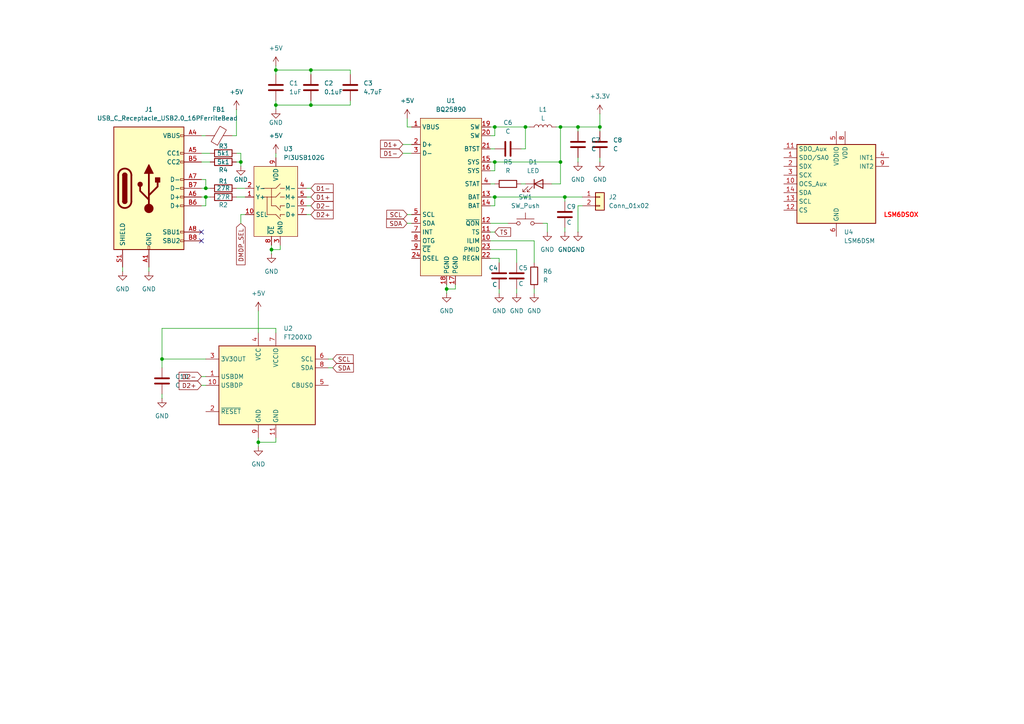
<source format=kicad_sch>
(kicad_sch (version 20231120) (generator "eeschema") (generator_version "8.0")
  (paper "A4")
  (lib_symbols
    (symbol "Connector:USB_C_Receptacle_USB2.0_16P" (pin_names (offset 1.016))
      (property "Reference" "J" (at 0 22.225 0))
      (property "Value" "USB_C_Receptacle_USB2.0_16P" (at 0 19.685 0))
      (symbol "USB_C_Receptacle_USB2.0_16P_0_0"
        (rectangle (start -0.254 -17.78) (end 0.254 -16.764))
        (rectangle (start 10.16 -14.986) (end 9.144 -15.494))
        (rectangle (start 10.16 -12.446) (end 9.144 -12.954))
        (rectangle (start 10.16 -4.826) (end 9.144 -5.334))
        (rectangle (start 10.16 -2.286) (end 9.144 -2.794))
        (rectangle (start 10.16 0.254) (end 9.144 -0.254))
        (rectangle (start 10.16 2.794) (end 9.144 2.286))
        (rectangle (start 10.16 7.874) (end 9.144 7.366))
        (rectangle (start 10.16 10.414) (end 9.144 9.906))
        (rectangle (start 10.16 15.494) (end 9.144 14.986))
      )
      (symbol "USB_C_Receptacle_USB2.0_16P_0_1"
        (rectangle (start -10.16 17.78) (end 10.16 -17.78) (stroke (width 0.254)) (fill (type background)))
        (arc (start -8.89 -3.81) (mid -6.985 -5.7067) (end -5.08 -3.81) (stroke (width 0.508)))
        (arc (start -7.62 -3.81) (mid -6.985 -4.4423) (end -6.35 -3.81) (stroke (width 0.254)))
        (arc (start -7.62 -3.81) (mid -6.985 -4.4423) (end -6.35 -3.81) (stroke (width 0.254)) (fill (type outline)))
        (rectangle (start -7.62 -3.81) (end -6.35 3.81) (stroke (width 0.254)) (fill (type outline)))
        (arc (start -6.35 3.81) (mid -6.985 4.4423) (end -7.62 3.81) (stroke (width 0.254)))
        (arc (start -6.35 3.81) (mid -6.985 4.4423) (end -7.62 3.81) (stroke (width 0.254)) (fill (type outline)))
        (arc (start -5.08 3.81) (mid -6.985 5.7067) (end -8.89 3.81) (stroke (width 0.508)))
        (circle (center -2.54 1.143) (radius 0.635) (stroke (width 0.254)) (fill (type outline)))
        (circle (center 0 -5.842) (radius 1.27) (fill (type outline)))
        (polyline (pts (xy -8.89 -3.81) (xy -8.89 3.81)) (stroke (width 0.508)))
        (polyline (pts (xy -5.08 3.81) (xy -5.08 -3.81)) (stroke (width 0.508)))
        (polyline (pts (xy 0 -5.842) (xy 0 4.318)) (stroke (width 0.508)))
        (polyline (pts (xy 0 -3.302) (xy -2.54 -0.762) (xy -2.54 0.508)) (stroke (width 0.508)))
        (polyline (pts (xy 0 -2.032) (xy 2.54 0.508) (xy 2.54 1.778)) (stroke (width 0.508)))
        (polyline (pts (xy -1.27 4.318) (xy 0 6.858) (xy 1.27 4.318) (xy -1.27 4.318)) (stroke (width 0.254)) (fill (type outline)))
        (rectangle (start 1.905 1.778) (end 3.175 3.048) (stroke (width 0.254)) (fill (type outline)))
      )
      (symbol "USB_C_Receptacle_USB2.0_16P_1_1"
        (pin passive line (at 0 -22.86 90) (length 5.08) (name "GND") (number "A1"))
        (pin passive line (at 0 -22.86 90) (length 5.08) hide (name "GND") (number "A12"))
        (pin passive line (at 15.24 15.24 180) (length 5.08) (name "VBUS") (number "A4"))
        (pin bidirectional line (at 15.24 10.16 180) (length 5.08) (name "CC1") (number "A5"))
        (pin bidirectional line (at 15.24 -2.54 180) (length 5.08) (name "D+") (number "A6"))
        (pin bidirectional line (at 15.24 2.54 180) (length 5.08) (name "D-") (number "A7"))
        (pin bidirectional line (at 15.24 -12.7 180) (length 5.08) (name "SBU1") (number "A8"))
        (pin passive line (at 15.24 15.24 180) (length 5.08) hide (name "VBUS") (number "A9"))
        (pin passive line (at 0 -22.86 90) (length 5.08) hide (name "GND") (number "B1"))
        (pin passive line (at 0 -22.86 90) (length 5.08) hide (name "GND") (number "B12"))
        (pin passive line (at 15.24 15.24 180) (length 5.08) hide (name "VBUS") (number "B4"))
        (pin bidirectional line (at 15.24 7.62 180) (length 5.08) (name "CC2") (number "B5"))
        (pin bidirectional line (at 15.24 -5.08 180) (length 5.08) (name "D+") (number "B6"))
        (pin bidirectional line (at 15.24 0 180) (length 5.08) (name "D-") (number "B7"))
        (pin bidirectional line (at 15.24 -15.24 180) (length 5.08) (name "SBU2") (number "B8"))
        (pin passive line (at 15.24 15.24 180) (length 5.08) hide (name "VBUS") (number "B9"))
        (pin passive line (at -7.62 -22.86 90) (length 5.08) (name "SHIELD") (number "S1"))
      )
    )
    (symbol "Connector_Generic:Conn_01x02" (pin_names (offset 1.016) hide)
      (property "Reference" "J" (at 0 2.54 0))
      (property "Value" "Conn_01x02" (at 0 -5.08 0))
      (symbol "Conn_01x02_1_1"
        (rectangle (start -1.27 -2.413) (end 0 -2.667) (stroke (width 0.1524)))
        (rectangle (start -1.27 0.127) (end 0 -0.127) (stroke (width 0.1524)))
        (rectangle (start -1.27 1.27) (end 1.27 -3.81) (stroke (width 0.254)) (fill (type background)))
        (pin passive line (at -5.08 0 0) (length 3.81) (name "Pin_1") (number "1"))
        (pin passive line (at -5.08 -2.54 0) (length 3.81) (name "Pin_2") (number "2"))
      )
    )
    (symbol "Device:C" (pin_numbers hide) (pin_names (offset 0.254))
      (property "Reference" "C" (at 0.635 2.54 0))
      (property "Value" "C" (at 0.635 -2.54 0))
      (symbol "C_0_1"
        (polyline (pts (xy -2.032 -0.762) (xy 2.032 -0.762)) (stroke (width 0.508)))
        (polyline (pts (xy -2.032 0.762) (xy 2.032 0.762)) (stroke (width 0.508)))
      )
      (symbol "C_1_1"
        (pin passive line (at 0 3.81 270) (length 2.794) (name "~") (number "1"))
        (pin passive line (at 0 -3.81 90) (length 2.794) (name "~") (number "2"))
      )
    )
    (symbol "Device:FerriteBead" (pin_numbers hide) (pin_names (offset 0))
      (property "Reference" "FB" (at -3.81 0.635 90))
      (property "Value" "FerriteBead" (at 3.81 0 90))
      (symbol "FerriteBead_0_1"
        (polyline (pts (xy 0 -1.27) (xy 0 -1.2192)))
        (polyline (pts (xy 0 1.27) (xy 0 1.2954)))
        (polyline (pts (xy -2.7686 0.4064) (xy -1.7018 2.2606) (xy 2.7686 -0.3048) (xy 1.6764 -2.159) (xy -2.7686 0.4064)))
      )
      (symbol "FerriteBead_1_1"
        (pin passive line (at 0 3.81 270) (length 2.54) (name "~") (number "1"))
        (pin passive line (at 0 -3.81 90) (length 2.54) (name "~") (number "2"))
      )
    )
    (symbol "Device:L" (pin_numbers hide) (pin_names (offset 1.016) hide)
      (property "Reference" "L" (at -1.27 0 90))
      (property "Value" "L" (at 1.905 0 90))
      (symbol "L_0_1"
        (arc (start 0 -2.54) (mid 0.6323 -1.905) (end 0 -1.27))
        (arc (start 0 -1.27) (mid 0.6323 -0.635) (end 0 0))
        (arc (start 0 0) (mid 0.6323 0.635) (end 0 1.27))
        (arc (start 0 1.27) (mid 0.6323 1.905) (end 0 2.54))
      )
      (symbol "L_1_1"
        (pin passive line (at 0 3.81 270) (length 1.27) (name "1") (number "1"))
        (pin passive line (at 0 -3.81 90) (length 1.27) (name "2") (number "2"))
      )
    )
    (symbol "Device:LED" (pin_numbers hide) (pin_names (offset 1.016) hide)
      (property "Reference" "D" (at 0 2.54 0))
      (property "Value" "LED" (at 0 -2.54 0))
      (symbol "LED_0_1"
        (polyline (pts (xy -1.27 -1.27) (xy -1.27 1.27)) (stroke (width 0.254)))
        (polyline (pts (xy -1.27 0) (xy 1.27 0)))
        (polyline (pts (xy 1.27 -1.27) (xy 1.27 1.27) (xy -1.27 0) (xy 1.27 -1.27)) (stroke (width 0.254)))
        (polyline (pts (xy -3.048 -0.762) (xy -4.572 -2.286) (xy -3.81 -2.286) (xy -4.572 -2.286) (xy -4.572 -1.524)))
        (polyline (pts (xy -1.778 -0.762) (xy -3.302 -2.286) (xy -2.54 -2.286) (xy -3.302 -2.286) (xy -3.302 -1.524)))
      )
      (symbol "LED_1_1"
        (pin passive line (at -3.81 0 0) (length 2.54) (name "K") (number "1"))
        (pin passive line (at 3.81 0 180) (length 2.54) (name "A") (number "2"))
      )
    )
    (symbol "Device:R" (pin_numbers hide) (pin_names (offset 0))
      (property "Reference" "R" (at 2.032 0 90))
      (property "Value" "R" (at 0 0 90))
      (symbol "R_0_1"
        (rectangle (start -1.016 -2.54) (end 1.016 2.54) (stroke (width 0.254)))
      )
      (symbol "R_1_1"
        (pin passive line (at 0 3.81 270) (length 1.27) (name "~") (number "1"))
        (pin passive line (at 0 -3.81 90) (length 1.27) (name "~") (number "2"))
      )
    )
    (symbol "Interface_USB:FT200XD"
      (property "Reference" "U" (at -13.97 12.7 0))
      (property "Value" "FT200XD" (at 7.62 12.7 0))
      (symbol "FT200XD_0_1"
        (rectangle (start -13.97 11.43) (end 13.97 -11.43) (stroke (width 0.254)) (fill (type background)))
      )
      (symbol "FT200XD_1_1"
        (pin input line (at -17.78 2.54 0) (length 3.81) (name "USBDM") (number "1"))
        (pin input line (at -17.78 0 0) (length 3.81) (name "USBDP") (number "10"))
        (pin power_in line (at 2.54 -15.24 90) (length 3.81) (name "GND") (number "11"))
        (pin input line (at -17.78 -7.62 0) (length 3.81) (name "~{RESET}") (number "2"))
        (pin power_out line (at -17.78 7.62 0) (length 3.81) (name "3V3OUT") (number "3"))
        (pin power_in line (at -2.54 15.24 270) (length 3.81) (name "VCC") (number "4"))
        (pin bidirectional line (at 17.78 0 180) (length 3.81) (name "CBUS0") (number "5"))
        (pin input line (at 17.78 7.62 180) (length 3.81) (name "SCL") (number "6"))
        (pin power_in line (at 2.54 15.24 270) (length 3.81) (name "VCCIO") (number "7"))
        (pin bidirectional line (at 17.78 5.08 180) (length 3.81) (name "SDA") (number "8"))
        (pin power_in line (at -2.54 -15.24 90) (length 3.81) (name "GND") (number "9"))
      )
    )
    (symbol "Sensor_Motion:LSM6DSM"
      (property "Reference" "U" (at -11.43 15.24 0))
      (property "Value" "LSM6DSM" (at -11.43 12.7 0))
      (symbol "LSM6DSM_0_1"
        (rectangle (start 11.43 11.43) (end -11.43 -11.43) (stroke (width 0.254)) (fill (type background)))
      )
      (symbol "LSM6DSM_1_1"
        (pin bidirectional line (at -15.24 7.62 0) (length 3.81) (name "SDO/SA0") (number "1"))
        (pin passive line (at -15.24 0 0) (length 3.81) (name "OCS_Aux") (number "10"))
        (pin bidirectional line (at -15.24 10.16 0) (length 3.81) (name "SDO_Aux") (number "11"))
        (pin input line (at -15.24 -7.62 0) (length 3.81) (name "CS") (number "12"))
        (pin input line (at -15.24 -5.08 0) (length 3.81) (name "SCL") (number "13"))
        (pin bidirectional line (at -15.24 -2.54 0) (length 3.81) (name "SDA") (number "14"))
        (pin bidirectional line (at -15.24 5.08 0) (length 3.81) (name "SDX") (number "2"))
        (pin input line (at -15.24 2.54 0) (length 3.81) (name "SCX") (number "3"))
        (pin output line (at 15.24 7.62 180) (length 3.81) (name "INT1") (number "4"))
        (pin power_in line (at 0 15.24 270) (length 3.81) (name "VDDIO") (number "5"))
        (pin power_in line (at 0 -15.24 90) (length 3.81) (name "GND") (number "6"))
        (pin passive line (at 0 -15.24 90) (length 3.81) hide (name "GND") (number "7"))
        (pin power_in line (at 2.54 15.24 270) (length 3.81) (name "VDD") (number "8"))
        (pin output line (at 15.24 5.08 180) (length 3.81) (name "INT2") (number "9"))
      )
    )
    (symbol "Switch:SW_Push" (pin_numbers hide) (pin_names (offset 1.016) hide)
      (property "Reference" "SW" (at 1.27 2.54 0))
      (property "Value" "SW_Push" (at 0 -1.524 0))
      (symbol "SW_Push_0_1"
        (circle (center -2.032 0) (radius 0.508))
        (polyline (pts (xy 0 1.27) (xy 0 3.048)))
        (polyline (pts (xy 2.54 1.27) (xy -2.54 1.27)))
        (circle (center 2.032 0) (radius 0.508))
        (pin passive line (at -5.08 0 0) (length 2.54) (name "1") (number "1"))
        (pin passive line (at 5.08 0 180) (length 2.54) (name "2") (number "2"))
      )
    )
    (symbol "User_Global_Library:BQ25890"
      (property "Reference" "U" (at 0 25.908 0))
      (property "Value" "BQ25890" (at 0.254 24.13 0))
      (symbol "BQ25890_1_1"
        (rectangle (start -8.89 22.86) (end 8.89 -22.86) (fill (type background)))
        (pin input line (at -11.43 20.32 0) (length 2.54) (name "VBUS") (number "1"))
        (pin input line (at 11.43 -12.7 180) (length 2.54) (name "ILIM") (number "10"))
        (pin input line (at 11.43 -10.16 180) (length 2.54) (name "TS") (number "11"))
        (pin input line (at 11.43 -7.62 180) (length 2.54) (name "~{QON}") (number "12"))
        (pin input line (at 11.43 0 180) (length 2.54) (name "BAT") (number "13"))
        (pin input line (at 11.43 -2.54 180) (length 2.54) (name "BAT") (number "14"))
        (pin input line (at 11.43 10.16 180) (length 2.54) (name "SYS") (number "15"))
        (pin input line (at 11.43 7.62 180) (length 2.54) (name "SYS") (number "16"))
        (pin input line (at 1.27 -25.4 90) (length 2.54) (name "PGND") (number "17"))
        (pin input line (at -1.27 -25.4 90) (length 2.54) (name "PGND") (number "18"))
        (pin input line (at 11.43 20.32 180) (length 2.54) (name "SW") (number "19"))
        (pin input line (at -11.43 15.24 0) (length 2.54) (name "D+") (number "2"))
        (pin input line (at 11.43 17.78 180) (length 2.54) (name "SW") (number "20"))
        (pin input line (at 11.43 13.97 180) (length 2.54) (name "BTST") (number "21"))
        (pin input line (at 11.43 -17.78 180) (length 2.54) (name "REGN") (number "22"))
        (pin input line (at 11.43 -15.24 180) (length 2.54) (name "PMID") (number "23"))
        (pin input line (at -11.43 -17.78 0) (length 2.54) (name "DSEL") (number "24"))
        (pin input line (at -11.43 12.7 0) (length 2.54) (name "D-") (number "3"))
        (pin input line (at 11.43 3.81 180) (length 2.54) (name "STAT") (number "4"))
        (pin input line (at -11.43 -5.08 0) (length 2.54) (name "SCL") (number "5"))
        (pin input line (at -11.43 -7.62 0) (length 2.54) (name "SDA") (number "6"))
        (pin input line (at -11.43 -10.16 0) (length 2.54) (name "INT") (number "7"))
        (pin input line (at -11.43 -12.7 0) (length 2.54) (name "OTG") (number "8"))
        (pin input line (at -11.43 -15.24 0) (length 2.54) (name "~{CE}") (number "9"))
      )
    )
    (symbol "User_Global_Library:PI3USB102G"
      (property "Reference" "U" (at 5.588 11.176 0))
      (property "Value" "PI3USB102G" (at 0 0 0))
      (symbol "PI3USB102G_0_1"
        (polyline (pts (xy -2.54 -3.81) (xy 0 -3.81)))
        (polyline (pts (xy -2.54 1.27) (xy -3.81 1.27)))
        (polyline (pts (xy -2.54 1.27) (xy -2.54 -3.81)))
        (polyline (pts (xy -2.54 1.27) (xy 0 1.27)))
        (polyline (pts (xy -2.54 3.81) (xy -3.81 3.81)))
        (polyline (pts (xy -2.54 3.81) (xy 0 3.81)))
        (polyline (pts (xy -1.27 -1.27) (xy 0 -1.27)))
        (polyline (pts (xy -1.27 3.81) (xy -1.27 -1.27)))
        (polyline (pts (xy 0 -3.81) (xy 1.27 -5.08)))
        (polyline (pts (xy 0 -1.27) (xy 1.27 -2.54)))
        (polyline (pts (xy 0 1.27) (xy 1.27 2.54)))
        (polyline (pts (xy 0 3.81) (xy 1.27 5.08)))
        (polyline (pts (xy 1.27 -3.81) (xy 1.27 -4.445)))
        (polyline (pts (xy 1.27 -3.81) (xy 2.54 -3.81)))
        (polyline (pts (xy 1.27 -1.27) (xy 1.27 -1.905)))
        (polyline (pts (xy 1.27 -1.27) (xy 2.54 -1.27)))
        (polyline (pts (xy 1.27 1.27) (xy 2.54 1.27)))
        (polyline (pts (xy 1.27 3.81) (xy 2.54 3.81)))
      )
      (symbol "PI3USB102G_1_1"
        (rectangle (start -6.35 10.16) (end 6.35 -10.16) (fill (type background)))
        (pin input line (at -8.89 1.27 0) (length 2.54) (name "Y+") (number "1"))
        (pin input line (at -8.89 -3.81 0) (length 2.54) (name "SEL") (number "10"))
        (pin input line (at -8.89 3.81 0) (length 2.54) (name "Y-") (number "2"))
        (pin input line (at 1.27 -12.7 90) (length 2.54) (name "GND") (number "3"))
        (pin input line (at 8.89 3.81 180) (length 2.54) (name "M-") (number "4"))
        (pin input line (at 8.89 1.27 180) (length 2.54) (name "M+") (number "5"))
        (pin input line (at 8.89 -1.27 180) (length 2.54) (name "D-") (number "6"))
        (pin input line (at 8.89 -3.81 180) (length 2.54) (name "D+") (number "7"))
        (pin input line (at -1.27 -12.7 90) (length 2.54) (name "~{OE}") (number "8"))
        (pin input line (at 0 12.7 270) (length 2.54) (name "VDD") (number "9"))
      )
    )
    (symbol "power:+3.3V" (power) (pin_numbers hide) (pin_names (offset 0) hide)
      (property "Value" "+3.3V" (at 0 3.556 0))
      (symbol "+3.3V_0_1"
        (polyline (pts (xy -0.762 1.27) (xy 0 2.54)))
        (polyline (pts (xy 0 0) (xy 0 2.54)))
        (polyline (pts (xy 0 2.54) (xy 0.762 1.27)))
      )
      (symbol "+3.3V_1_1"
        (pin power_in line (at 0 0 90) (length 0) (name "~") (number "1"))
      )
    )
    (symbol "power:+5V" (power) (pin_numbers hide) (pin_names (offset 0) hide)
      (property "Value" "+5V" (at 0 3.556 0))
      (symbol "+5V_0_1"
        (polyline (pts (xy -0.762 1.27) (xy 0 2.54)))
        (polyline (pts (xy 0 0) (xy 0 2.54)))
        (polyline (pts (xy 0 2.54) (xy 0.762 1.27)))
      )
      (symbol "+5V_1_1"
        (pin power_in line (at 0 0 90) (length 0) (name "~") (number "1"))
      )
    )
    (symbol "power:GND" (power) (pin_numbers hide) (pin_names (offset 0) hide)
      (property "Value" "GND" (at 0 -3.81 0))
      (symbol "GND_0_1"
        (polyline (pts (xy 0 0) (xy 0 -1.27) (xy 1.27 -1.27) (xy 0 -2.54) (xy -1.27 -1.27) (xy 0 -1.27)))
      )
      (symbol "GND_1_1"
        (pin power_in line (at 0 0 270) (length 0) (name "~") (number "1"))
      )
    )
  )
  (junction (at 173.99 36.83))
  (junction (at 78.74 72.39))
  (junction (at 46.99 104.14))
  (junction (at 59.69 54.61))
  (junction (at 143.51 46.99))
  (junction (at 143.51 36.83))
  (junction (at 129.54 83.82))
  (junction (at 80.01 20.32))
  (junction (at 162.56 46.99))
  (junction (at 80.01 30.48))
  (junction (at 90.17 20.32))
  (junction (at 90.17 30.48))
  (junction (at 163.83 57.15))
  (junction (at 143.51 57.15))
  (junction (at 152.4 36.83))
  (junction (at 69.85 46.99))
  (junction (at 74.93 128.27))
  (junction (at 167.64 36.83))
  (junction (at 59.69 57.15))
  (junction (at 162.56 36.83))
  (no_connect (at 58.42 69.85))
  (no_connect (at 58.42 67.31))
  (wire (pts (xy 88.9 57.15) (xy 90.17 57.15)))
  (wire (pts (xy 144.78 76.2) (xy 144.78 74.93)))
  (wire (pts (xy 58.42 59.69) (xy 59.69 59.69)))
  (wire (pts (xy 80.01 95.25) (xy 46.99 95.25)))
  (wire (pts (xy 88.9 59.69) (xy 90.17 59.69)))
  (wire (pts (xy 68.58 54.61) (xy 71.12 54.61)))
  (wire (pts (xy 78.74 71.12) (xy 78.74 72.39)))
  (wire (pts (xy 58.42 54.61) (xy 59.69 54.61)))
  (wire (pts (xy 59.69 54.61) (xy 59.69 52.07)))
  (wire (pts (xy 132.08 82.55) (xy 132.08 83.82)))
  (wire (pts (xy 152.4 43.18) (xy 151.13 43.18)))
  (wire (pts (xy 167.64 59.69) (xy 167.64 67.31)))
  (wire (pts (xy 101.6 29.21) (xy 101.6 30.48)))
  (wire (pts (xy 162.56 36.83) (xy 162.56 46.99)))
  (wire (pts (xy 163.83 66.04) (xy 163.83 67.31)))
  (wire (pts (xy 101.6 30.48) (xy 90.17 30.48)))
  (wire (pts (xy 162.56 53.34) (xy 162.56 46.99)))
  (wire (pts (xy 43.18 77.47) (xy 43.18 78.74)))
  (wire (pts (xy 161.29 36.83) (xy 162.56 36.83)))
  (wire (pts (xy 68.58 44.45) (xy 69.85 44.45)))
  (wire (pts (xy 142.24 72.39) (xy 149.86 72.39)))
  (wire (pts (xy 74.93 90.17) (xy 74.93 96.52)))
  (wire (pts (xy 80.01 96.52) (xy 80.01 95.25)))
  (wire (pts (xy 80.01 128.27) (xy 74.93 128.27)))
  (wire (pts (xy 142.24 59.69) (xy 143.51 59.69)))
  (wire (pts (xy 144.78 83.82) (xy 144.78 85.09)))
  (wire (pts (xy 118.11 62.23) (xy 119.38 62.23)))
  (wire (pts (xy 80.01 127) (xy 80.01 128.27)))
  (wire (pts (xy 163.83 57.15) (xy 168.91 57.15)))
  (wire (pts (xy 152.4 36.83) (xy 143.51 36.83)))
  (wire (pts (xy 167.64 36.83) (xy 162.56 36.83)))
  (wire (pts (xy 154.94 83.82) (xy 154.94 85.09)))
  (wire (pts (xy 46.99 104.14) (xy 59.69 104.14)))
  (wire (pts (xy 46.99 95.25) (xy 46.99 104.14)))
  (wire (pts (xy 58.42 44.45) (xy 60.96 44.45)))
  (wire (pts (xy 46.99 106.68) (xy 46.99 104.14)))
  (wire (pts (xy 132.08 83.82) (xy 129.54 83.82)))
  (wire (pts (xy 173.99 36.83) (xy 167.64 36.83)))
  (wire (pts (xy 116.84 44.45) (xy 119.38 44.45)))
  (wire (pts (xy 154.94 69.85) (xy 142.24 69.85)))
  (wire (pts (xy 143.51 57.15) (xy 143.51 59.69)))
  (wire (pts (xy 158.75 64.77) (xy 158.75 67.31)))
  (wire (pts (xy 58.42 111.76) (xy 59.69 111.76)))
  (wire (pts (xy 58.42 109.22) (xy 59.69 109.22)))
  (wire (pts (xy 151.13 53.34) (xy 152.4 53.34)))
  (wire (pts (xy 118.11 34.29) (xy 118.11 36.83)))
  (wire (pts (xy 160.02 53.34) (xy 162.56 53.34)))
  (wire (pts (xy 95.25 106.68) (xy 96.52 106.68)))
  (wire (pts (xy 90.17 20.32) (xy 90.17 21.59)))
  (wire (pts (xy 144.78 74.93) (xy 142.24 74.93)))
  (wire (pts (xy 80.01 30.48) (xy 80.01 31.75)))
  (wire (pts (xy 143.51 39.37) (xy 143.51 36.83)))
  (wire (pts (xy 80.01 29.21) (xy 80.01 30.48)))
  (wire (pts (xy 90.17 29.21) (xy 90.17 30.48)))
  (wire (pts (xy 95.25 104.14) (xy 96.52 104.14)))
  (wire (pts (xy 69.85 64.77) (xy 69.85 62.23)))
  (wire (pts (xy 74.93 128.27) (xy 74.93 129.54)))
  (wire (pts (xy 167.64 59.69) (xy 168.91 59.69)))
  (wire (pts (xy 152.4 36.83) (xy 153.67 36.83)))
  (wire (pts (xy 59.69 59.69) (xy 59.69 57.15)))
  (wire (pts (xy 80.01 20.32) (xy 80.01 21.59)))
  (wire (pts (xy 81.28 72.39) (xy 78.74 72.39)))
  (wire (pts (xy 142.24 57.15) (xy 143.51 57.15)))
  (wire (pts (xy 129.54 82.55) (xy 129.54 83.82)))
  (wire (pts (xy 173.99 45.72) (xy 173.99 46.99)))
  (wire (pts (xy 118.11 36.83) (xy 119.38 36.83)))
  (wire (pts (xy 69.85 46.99) (xy 69.85 48.26)))
  (wire (pts (xy 142.24 39.37) (xy 143.51 39.37)))
  (wire (pts (xy 157.48 64.77) (xy 158.75 64.77)))
  (wire (pts (xy 46.99 114.3) (xy 46.99 115.57)))
  (wire (pts (xy 142.24 67.31) (xy 143.51 67.31)))
  (wire (pts (xy 80.01 19.05) (xy 80.01 20.32)))
  (wire (pts (xy 90.17 30.48) (xy 80.01 30.48)))
  (wire (pts (xy 142.24 43.18) (xy 143.51 43.18)))
  (wire (pts (xy 68.58 31.75) (xy 68.58 39.37)))
  (wire (pts (xy 74.93 127) (xy 74.93 128.27)))
  (wire (pts (xy 129.54 83.82) (xy 129.54 85.09)))
  (wire (pts (xy 142.24 53.34) (xy 143.51 53.34)))
  (wire (pts (xy 101.6 20.32) (xy 90.17 20.32)))
  (wire (pts (xy 149.86 83.82) (xy 149.86 85.09)))
  (wire (pts (xy 58.42 39.37) (xy 59.69 39.37)))
  (wire (pts (xy 58.42 52.07) (xy 59.69 52.07)))
  (wire (pts (xy 58.42 46.99) (xy 60.96 46.99)))
  (wire (pts (xy 35.56 77.47) (xy 35.56 78.74)))
  (wire (pts (xy 143.51 36.83) (xy 142.24 36.83)))
  (wire (pts (xy 152.4 43.18) (xy 152.4 36.83)))
  (wire (pts (xy 142.24 49.53) (xy 143.51 49.53)))
  (wire (pts (xy 59.69 57.15) (xy 60.96 57.15)))
  (wire (pts (xy 163.83 57.15) (xy 163.83 58.42)))
  (wire (pts (xy 143.51 46.99) (xy 142.24 46.99)))
  (wire (pts (xy 90.17 20.32) (xy 80.01 20.32)))
  (wire (pts (xy 88.9 54.61) (xy 90.17 54.61)))
  (wire (pts (xy 58.42 57.15) (xy 59.69 57.15)))
  (wire (pts (xy 69.85 44.45) (xy 69.85 46.99)))
  (wire (pts (xy 142.24 64.77) (xy 147.32 64.77)))
  (wire (pts (xy 162.56 46.99) (xy 143.51 46.99)))
  (wire (pts (xy 173.99 33.02) (xy 173.99 36.83)))
  (wire (pts (xy 149.86 72.39) (xy 149.86 76.2)))
  (wire (pts (xy 69.85 62.23) (xy 71.12 62.23)))
  (wire (pts (xy 88.9 62.23) (xy 90.17 62.23)))
  (wire (pts (xy 80.01 44.45) (xy 80.01 45.72)))
  (wire (pts (xy 68.58 57.15) (xy 71.12 57.15)))
  (wire (pts (xy 154.94 76.2) (xy 154.94 69.85)))
  (wire (pts (xy 173.99 38.1) (xy 173.99 36.83)))
  (wire (pts (xy 59.69 54.61) (xy 60.96 54.61)))
  (wire (pts (xy 143.51 49.53) (xy 143.51 46.99)))
  (wire (pts (xy 68.58 46.99) (xy 69.85 46.99)))
  (wire (pts (xy 68.58 39.37) (xy 67.31 39.37)))
  (wire (pts (xy 78.74 72.39) (xy 78.74 73.66)))
  (wire (pts (xy 118.11 64.77) (xy 119.38 64.77)))
  (wire (pts (xy 143.51 57.15) (xy 163.83 57.15)))
  (wire (pts (xy 167.64 38.1) (xy 167.64 36.83)))
  (wire (pts (xy 167.64 45.72) (xy 167.64 46.99)))
  (wire (pts (xy 81.28 71.12) (xy 81.28 72.39)))
  (wire (pts (xy 101.6 21.59) (xy 101.6 20.32)))
  (wire (pts (xy 116.84 41.91) (xy 119.38 41.91)))
  (text "LSM6DSOX" (at 261.366 62.484 0) (effects (font (size 1.27 1.27) (thickness 0.254) (bold yes))))
  (global_label "D2+" (shape input) (at 90.17 62.23 0) (property "Intersheetrefs" "${INTERSHEET_REFS}" (effects (hide yes))))
  (global_label "D1+" (shape input) (at 116.84 41.91 180) (property "Intersheetrefs" "${INTERSHEET_REFS}" (effects (hide yes))))
  (global_label "SDA" (shape input) (at 96.52 106.68 0) (property "Intersheetrefs" "${INTERSHEET_REFS}" (effects (hide yes))))
  (global_label "D1-" (shape input) (at 116.84 44.45 180) (property "Intersheetrefs" "${INTERSHEET_REFS}" (effects (hide yes))))
  (global_label "SCL" (shape input) (at 96.52 104.14 0) (property "Intersheetrefs" "${INTERSHEET_REFS}" (effects (hide yes))))
  (global_label "D1+" (shape input) (at 90.17 57.15 0) (property "Intersheetrefs" "${INTERSHEET_REFS}" (effects (hide yes))))
  (global_label "D2-" (shape input) (at 58.42 109.22 180) (property "Intersheetrefs" "${INTERSHEET_REFS}" (effects (hide yes))))
  (global_label "D2+" (shape input) (at 58.42 111.76 180) (property "Intersheetrefs" "${INTERSHEET_REFS}" (effects (hide yes))))
  (global_label "D2-" (shape input) (at 90.17 59.69 0) (property "Intersheetrefs" "${INTERSHEET_REFS}" (effects (hide yes))))
  (global_label "SCL" (shape input) (at 118.11 62.23 180) (property "Intersheetrefs" "${INTERSHEET_REFS}" (effects (hide yes))))
  (global_label "D1-" (shape input) (at 90.17 54.61 0) (property "Intersheetrefs" "${INTERSHEET_REFS}" (effects (hide yes))))
  (global_label "DMDP_SEL" (shape input) (at 69.85 64.77 270) (property "Intersheetrefs" "${INTERSHEET_REFS}" (effects (hide yes))))
  (global_label "TS" (shape input) (at 143.51 67.31 0) (property "Intersheetrefs" "${INTERSHEET_REFS}" (effects (hide yes))))
  (global_label "SDA" (shape input) (at 118.11 64.77 180) (property "Intersheetrefs" "${INTERSHEET_REFS}" (effects (hide yes))))
  (symbol (lib_id "Device:C") (at 90.17 25.4 0) (unit 1)
    (property "Reference" "C2" (at 93.98 24.1299 0) (effects (justify left)))
    (property "Value" "0.1uF" (at 93.98 26.6699 0) (effects (justify left)))
    (property "Description" "Unpolarized capacitor" (effects (hide yes)))
  )
  (symbol (lib_id "Device:C") (at 46.99 110.49 0) (unit 1)
    (property "Reference" "C10" (at 50.8 109.2199 0) (effects (justify left)))
    (property "Value" "C" (at 50.8 111.7599 0) (effects (justify left)))
    (property "Description" "Unpolarized capacitor" (effects (hide yes)))
  )
  (symbol (lib_id "Connector_Generic:Conn_01x02") (at 173.99 57.15 0) (unit 1)
    (property "Reference" "J2" (at 176.53 57.1499 0) (effects (justify left)))
    (property "Value" "Conn_01x02" (at 176.53 59.6899 0) (effects (justify left)))
    (property "Description" "Generic connector, single row, 01x02, script generated (kicad-library-utils/schlib/autogen/connector/)" (effects (hide yes)))
  )
  (symbol (lib_id "power:+5V") (at 80.01 19.05 0) (unit 1)
    (property "Reference" "#PWR010" (effects (hide yes)))
    (property "Value" "+5V" (at 80.01 13.97 0))
    (property "Description" "Power symbol creates a global label with name \"+5V\"" (effects (hide yes)))
  )
  (symbol (lib_id "power:+5V") (at 74.93 90.17 0) (unit 1)
    (property "Reference" "#PWR021" (effects (hide yes)))
    (property "Value" "+5V" (at 74.93 85.09 0))
    (property "Description" "Power symbol creates a global label with name \"+5V\"" (effects (hide yes)))
  )
  (symbol (lib_id "Device:C") (at 147.32 43.18 90) (unit 1)
    (property "Reference" "C6" (at 147.32 35.56 90))
    (property "Value" "C" (at 147.32 38.1 90))
    (property "Description" "Unpolarized capacitor" (effects (hide yes)))
  )
  (symbol (lib_id "User_Global_Library:BQ25890") (at 130.81 57.15 0) (unit 1)
    (property "Reference" "U1" (at 130.81 29.21 0))
    (property "Value" "BQ25890" (at 130.81 31.75 0))
    (property "Footprint" "Package_DFN_QFN:Texas_RTW_WQFN-24-1EP_4x4mm_P0.5mm_EP2.7x2.7mm" (effects (hide yes)))
    (property "Datasheet" "https://www.ti.com/lit/ds/symlink/bq25890.pdf?ts=1716941380220" (effects (hide yes)))
    (property "Description" "Li-Ion charger 5A OTG" (effects (hide yes)))
  )
  (symbol (lib_id "Device:C") (at 149.86 80.01 0) (unit 1)
    (property "Reference" "C5" (at 150.368 77.724 0) (effects (justify left)))
    (property "Value" "C" (at 150.368 82.296 0) (effects (justify left)))
    (property "Description" "Unpolarized capacitor" (effects (hide yes)))
  )
  (symbol (lib_id "power:GND") (at 80.01 31.75 0) (unit 1)
    (property "Reference" "#PWR011" (effects (hide yes)))
    (property "Value" "GND" (at 80.01 35.56 0))
    (property "Description" "Power symbol creates a global label with name \"GND\" , ground" (effects (hide yes)))
  )
  (symbol (lib_id "power:GND") (at 43.18 78.74 0) (unit 1)
    (property "Reference" "#PWR02" (effects (hide yes)))
    (property "Value" "GND" (at 43.18 83.82 0))
    (property "Description" "Power symbol creates a global label with name \"GND\" , ground" (effects (hide yes)))
  )
  (symbol (lib_id "power:GND") (at 46.99 115.57 0) (unit 1)
    (property "Reference" "#PWR022" (effects (hide yes)))
    (property "Value" "GND" (at 46.99 120.65 0))
    (property "Description" "Power symbol creates a global label with name \"GND\" , ground" (effects (hide yes)))
  )
  (symbol (lib_id "Device:C") (at 80.01 25.4 0) (unit 1)
    (property "Reference" "C1" (at 83.82 24.1299 0) (effects (justify left)))
    (property "Value" "1uF" (at 83.82 26.6699 0) (effects (justify left)))
    (property "Description" "Unpolarized capacitor" (effects (hide yes)))
  )
  (symbol (lib_id "Device:R") (at 154.94 80.01 180) (unit 1)
    (property "Reference" "R6" (at 157.48 78.7399 0) (effects (justify right)))
    (property "Value" "R" (at 157.48 81.2799 0) (effects (justify right)))
    (property "Description" "Resistor" (effects (hide yes)))
  )
  (symbol (lib_id "Device:R") (at 64.77 46.99 90) (unit 1)
    (property "Reference" "R4" (at 64.77 49.276 90))
    (property "Value" "5k1" (at 64.77 46.99 90))
    (property "Description" "Resistor" (effects (hide yes)))
  )
  (symbol (lib_id "Sensor_Motion:LSM6DSM") (at 242.57 53.34 0) (unit 1)
    (property "Reference" "U4" (at 244.7641 67.31 0) (effects (justify left)))
    (property "Value" "LSM6DSM" (at 244.7641 69.85 0) (effects (justify left)))
    (property "Footprint" "Package_LGA:LGA-14_3x2.5mm_P0.5mm_LayoutBorder3x4y" (effects (hide yes)))
    (property "Datasheet" "https://www.st.com/resource/en/datasheet/lsm6dsm.pdf" (effects (hide yes)))
    (property "Description" "I2C/SPI, iNEMO inertial module: always-on 3D accelerometer and 3D gyroscope, with auxiliary SPI, 1.71V to 3.6V VCC" (effects (hide yes)))
  )
  (symbol (lib_id "power:GND") (at 35.56 78.74 0) (unit 1)
    (property "Reference" "#PWR01" (effects (hide yes)))
    (property "Value" "GND" (at 35.56 83.82 0))
    (property "Description" "Power symbol creates a global label with name \"GND\" , ground" (effects (hide yes)))
  )
  (symbol (lib_id "power:GND") (at 74.93 129.54 0) (unit 1)
    (property "Reference" "#PWR08" (effects (hide yes)))
    (property "Value" "GND" (at 74.93 134.62 0))
    (property "Description" "Power symbol creates a global label with name \"GND\" , ground" (effects (hide yes)))
  )
  (symbol (lib_id "Device:C") (at 173.99 41.91 0) (unit 1)
    (property "Reference" "C8" (at 177.8 40.6399 0) (effects (justify left)))
    (property "Value" "C" (at 177.8 43.1799 0) (effects (justify left)))
    (property "Description" "Unpolarized capacitor" (effects (hide yes)))
  )
  (symbol (lib_id "power:+5V") (at 80.01 44.45 0) (unit 1)
    (property "Reference" "#PWR05" (effects (hide yes)))
    (property "Value" "+5V" (at 80.01 39.37 0))
    (property "Description" "Power symbol creates a global label with name \"+5V\"" (effects (hide yes)))
  )
  (symbol (lib_id "Device:L") (at 157.48 36.83 90) (unit 1)
    (property "Reference" "L1" (at 157.48 31.75 90))
    (property "Value" "L" (at 157.48 34.29 90))
    (property "Description" "Inductor" (effects (hide yes)))
  )
  (symbol (lib_id "power:GND") (at 163.83 67.31 0) (unit 1)
    (property "Reference" "#PWR018" (effects (hide yes)))
    (property "Value" "GND" (at 163.83 72.39 0))
    (property "Description" "Power symbol creates a global label with name \"GND\" , ground" (effects (hide yes)))
  )
  (symbol (lib_id "Device:R") (at 64.77 54.61 90) (unit 1)
    (property "Reference" "R1" (at 64.77 52.578 90))
    (property "Value" "27R" (at 64.77 54.61 90))
    (property "Description" "Resistor" (effects (hide yes)))
  )
  (symbol (lib_id "power:+3.3V") (at 173.99 33.02 0) (unit 1)
    (property "Reference" "#PWR016" (effects (hide yes)))
    (property "Value" "+3.3V" (at 173.99 27.94 0))
    (property "Description" "Power symbol creates a global label with name \"+3.3V\"" (effects (hide yes)))
  )
  (symbol (lib_id "Device:R") (at 64.77 44.45 90) (unit 1)
    (property "Reference" "R3" (at 64.77 42.418 90))
    (property "Value" "5k1" (at 64.77 44.45 90))
    (property "Description" "Resistor" (effects (hide yes)))
  )
  (symbol (lib_id "Device:C") (at 167.64 41.91 0) (unit 1)
    (property "Reference" "C7" (at 171.45 40.6399 0) (effects (justify left)))
    (property "Value" "C" (at 171.45 43.1799 0) (effects (justify left)))
    (property "Description" "Unpolarized capacitor" (effects (hide yes)))
  )
  (symbol (lib_id "power:+5V") (at 68.58 31.75 0) (unit 1)
    (property "Reference" "#PWR03" (effects (hide yes)))
    (property "Value" "+5V" (at 68.58 26.67 0))
    (property "Description" "Power symbol creates a global label with name \"+5V\"" (effects (hide yes)))
  )
  (symbol (lib_id "power:GND") (at 158.75 67.31 0) (unit 1)
    (property "Reference" "#PWR019" (effects (hide yes)))
    (property "Value" "GND" (at 158.75 72.39 0))
    (property "Description" "Power symbol creates a global label with name \"GND\" , ground" (effects (hide yes)))
  )
  (symbol (lib_id "power:GND") (at 154.94 85.09 0) (unit 1)
    (property "Reference" "#PWR020" (effects (hide yes)))
    (property "Value" "GND" (at 154.94 90.17 0))
    (property "Description" "Power symbol creates a global label with name \"GND\" , ground" (effects (hide yes)))
  )
  (symbol (lib_id "power:+5V") (at 118.11 34.29 0) (unit 1)
    (property "Reference" "#PWR07" (effects (hide yes)))
    (property "Value" "+5V" (at 118.11 29.21 0))
    (property "Description" "Power symbol creates a global label with name \"+5V\"" (effects (hide yes)))
  )
  (symbol (lib_id "Switch:SW_Push") (at 152.4 64.77 0) (unit 1)
    (property "Reference" "SW1" (at 152.4 57.15 0))
    (property "Value" "SW_Push" (at 152.4 59.69 0))
    (property "Description" "Push button switch, generic, two pins" (effects (hide yes)))
  )
  (symbol (lib_id "Connector:USB_C_Receptacle_USB2.0_16P") (at 43.18 54.61 0) (unit 1)
    (property "Reference" "J1" (at 43.18 31.75 0))
    (property "Value" "USB_C_Receptacle_USB2.0_16P" (at 43.18 34.29 0))
    (property "Footprint" "Connector_USB:USB_C_Receptacle_GCT_USB4105-xx-A_16P_TopMnt_Horizontal" (effects (hide yes)))
    (property "Datasheet" "https://www.usb.org/sites/default/files/documents/usb_type-c.zip" (effects (hide yes)))
    (property "Description" "USB 2.0-only 16P Type-C Receptacle connector" (effects (hide yes)))
  )
  (symbol (lib_id "power:GND") (at 167.64 46.99 0) (unit 1)
    (property "Reference" "#PWR014" (effects (hide yes)))
    (property "Value" "GND" (at 167.64 52.07 0))
    (property "Description" "Power symbol creates a global label with name \"GND\" , ground" (effects (hide yes)))
  )
  (symbol (lib_id "Device:R") (at 64.77 57.15 90) (unit 1)
    (property "Reference" "R2" (at 64.77 59.436 90))
    (property "Value" "27R" (at 64.77 57.15 90))
    (property "Description" "Resistor" (effects (hide yes)))
  )
  (symbol (lib_id "Device:C") (at 163.83 62.23 0) (unit 1)
    (property "Reference" "C9" (at 164.338 59.944 0) (effects (justify left)))
    (property "Value" "C" (at 164.338 64.516 0) (effects (justify left)))
    (property "Description" "Unpolarized capacitor" (effects (hide yes)))
  )
  (symbol (lib_id "power:GND") (at 129.54 85.09 0) (unit 1)
    (property "Reference" "#PWR09" (effects (hide yes)))
    (property "Value" "GND" (at 129.54 90.17 0))
    (property "Description" "Power symbol creates a global label with name \"GND\" , ground" (effects (hide yes)))
  )
  (symbol (lib_id "Device:R") (at 147.32 53.34 90) (unit 1)
    (property "Reference" "R5" (at 147.32 46.99 90))
    (property "Value" "R" (at 147.32 49.53 90))
    (property "Description" "Resistor" (effects (hide yes)))
  )
  (symbol (lib_id "User_Global_Library:PI3USB102G") (at 80.01 58.42 0) (unit 1)
    (property "Reference" "U3" (at 82.2041 43.18 0) (effects (justify left)))
    (property "Value" "PI3USB102G" (at 82.2041 45.72 0) (effects (justify left)))
    (property "Footprint" "Package_DFN_QFN:UQFN-10_1.3x1.8mm_P0.4mm" (effects (hide yes)))
    (property "Datasheet" "https://cz.mouser.com/datasheet/2/115/DIOD_S_A0006493419_1-2542776.pdf" (effects (hide yes)))
    (property "Description" "USB 2.0 switch with OVP, Multiplexer/Demultiplexer" (effects (hide yes)))
  )
  (symbol (lib_id "Interface_USB:FT200XD") (at 77.47 111.76 0) (unit 1)
    (property "Reference" "U2" (at 82.2041 95.25 0) (effects (justify left)))
    (property "Value" "FT200XD" (at 82.2041 97.79 0) (effects (justify left)))
    (property "Footprint" "Package_DFN_QFN:DFN-10-1EP_3x3mm_P0.5mm_EP1.55x2.48mm" (effects (hide yes)))
    (property "Datasheet" "https://www.ftdichip.com/Support/Documents/DataSheets/ICs/DS_FT200XD.pdf" (effects (hide yes)))
    (property "Description" "Full Speed USB to I2C Bridge, DFN-10" (effects (hide yes)))
  )
  (symbol (lib_id "Device:FerriteBead") (at 63.5 39.37 90) (unit 1)
    (property "Reference" "FB1" (at 63.4492 31.75 90))
    (property "Value" "FerriteBead" (at 63.4492 34.29 90))
    (property "Description" "Ferrite bead" (effects (hide yes)))
  )
  (symbol (lib_id "power:GND") (at 167.64 67.31 0) (unit 1)
    (property "Reference" "#PWR017" (effects (hide yes)))
    (property "Value" "GND" (at 167.64 72.39 0))
    (property "Description" "Power symbol creates a global label with name \"GND\" , ground" (effects (hide yes)))
  )
  (symbol (lib_id "Device:C") (at 144.78 80.01 0) (unit 1)
    (property "Reference" "C4" (at 141.732 77.724 0) (effects (justify left)))
    (property "Value" "C" (at 142.748 82.55 0) (effects (justify left)))
    (property "Description" "Unpolarized capacitor" (effects (hide yes)))
  )
  (symbol (lib_id "Device:C") (at 101.6 25.4 0) (unit 1)
    (property "Reference" "C3" (at 105.41 24.1299 0) (effects (justify left)))
    (property "Value" "4.7uF" (at 105.41 26.6699 0) (effects (justify left)))
    (property "Description" "Unpolarized capacitor" (effects (hide yes)))
  )
  (symbol (lib_id "power:GND") (at 173.99 46.99 0) (unit 1)
    (property "Reference" "#PWR015" (effects (hide yes)))
    (property "Value" "GND" (at 173.99 52.07 0))
    (property "Description" "Power symbol creates a global label with name \"GND\" , ground" (effects (hide yes)))
  )
  (symbol (lib_id "Device:LED") (at 156.21 53.34 0) (unit 1)
    (property "Reference" "D1" (at 154.6225 46.99 0))
    (property "Value" "LED" (at 154.6225 49.53 0))
    (property "Description" "Light emitting diode" (effects (hide yes)))
  )
  (symbol (lib_id "power:GND") (at 149.86 85.09 0) (unit 1)
    (property "Reference" "#PWR013" (effects (hide yes)))
    (property "Value" "GND" (at 149.86 90.17 0))
    (property "Description" "Power symbol creates a global label with name \"GND\" , ground" (effects (hide yes)))
  )
  (symbol (lib_id "power:GND") (at 78.74 73.66 0) (unit 1)
    (property "Reference" "#PWR04" (effects (hide yes)))
    (property "Value" "GND" (at 78.74 78.74 0))
    (property "Description" "Power symbol creates a global label with name \"GND\" , ground" (effects (hide yes)))
  )
  (symbol (lib_id "power:GND") (at 69.85 48.26 0) (unit 1)
    (property "Reference" "#PWR06" (effects (hide yes)))
    (property "Value" "GND" (at 69.85 52.07 0))
    (property "Description" "Power symbol creates a global label with name \"GND\" , ground" (effects (hide yes)))
  )
  (symbol (lib_id "power:GND") (at 144.78 85.09 0) (unit 1)
    (property "Reference" "#PWR012" (effects (hide yes)))
    (property "Value" "GND" (at 144.78 90.17 0))
    (property "Description" "Power symbol creates a global label with name \"GND\" , ground" (effects (hide yes)))
  )
)
</source>
